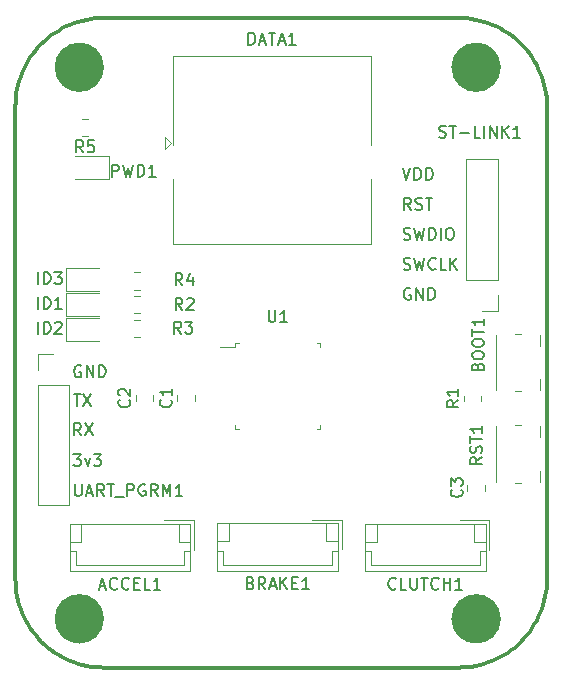
<source format=gbr>
%TF.GenerationSoftware,KiCad,Pcbnew,6.0.10+dfsg-1~bpo11+1*%
%TF.CreationDate,2023-01-29T22:13:57-06:00*%
%TF.ProjectId,Pedals,50656461-6c73-42e6-9b69-6361645f7063,rev?*%
%TF.SameCoordinates,Original*%
%TF.FileFunction,Legend,Top*%
%TF.FilePolarity,Positive*%
%FSLAX46Y46*%
G04 Gerber Fmt 4.6, Leading zero omitted, Abs format (unit mm)*
G04 Created by KiCad (PCBNEW 6.0.10+dfsg-1~bpo11+1) date 2023-01-29 22:13:57*
%MOMM*%
%LPD*%
G01*
G04 APERTURE LIST*
%ADD10C,0.150000*%
%TA.AperFunction,Profile*%
%ADD11C,0.349999*%
%TD*%
%TA.AperFunction,Profile*%
%ADD12C,2.075000*%
%TD*%
%ADD13C,0.120000*%
G04 APERTURE END LIST*
D10*
X129209523Y-108752380D02*
X129828571Y-108752380D01*
X129495238Y-109133333D01*
X129638095Y-109133333D01*
X129733333Y-109180952D01*
X129780952Y-109228571D01*
X129828571Y-109323809D01*
X129828571Y-109561904D01*
X129780952Y-109657142D01*
X129733333Y-109704761D01*
X129638095Y-109752380D01*
X129352380Y-109752380D01*
X129257142Y-109704761D01*
X129209523Y-109657142D01*
X130161904Y-109085714D02*
X130400000Y-109752380D01*
X130638095Y-109085714D01*
X130923809Y-108752380D02*
X131542857Y-108752380D01*
X131209523Y-109133333D01*
X131352380Y-109133333D01*
X131447619Y-109180952D01*
X131495238Y-109228571D01*
X131542857Y-109323809D01*
X131542857Y-109561904D01*
X131495238Y-109657142D01*
X131447619Y-109704761D01*
X131352380Y-109752380D01*
X131066666Y-109752380D01*
X130971428Y-109704761D01*
X130923809Y-109657142D01*
X129833333Y-107152380D02*
X129500000Y-106676190D01*
X129261904Y-107152380D02*
X129261904Y-106152380D01*
X129642857Y-106152380D01*
X129738095Y-106200000D01*
X129785714Y-106247619D01*
X129833333Y-106342857D01*
X129833333Y-106485714D01*
X129785714Y-106580952D01*
X129738095Y-106628571D01*
X129642857Y-106676190D01*
X129261904Y-106676190D01*
X130166666Y-106152380D02*
X130833333Y-107152380D01*
X130833333Y-106152380D02*
X130166666Y-107152380D01*
X129238095Y-103652380D02*
X129809523Y-103652380D01*
X129523809Y-104652380D02*
X129523809Y-103652380D01*
X130047619Y-103652380D02*
X130714285Y-104652380D01*
X130714285Y-103652380D02*
X130047619Y-104652380D01*
X129838095Y-101300000D02*
X129742857Y-101252380D01*
X129600000Y-101252380D01*
X129457142Y-101300000D01*
X129361904Y-101395238D01*
X129314285Y-101490476D01*
X129266666Y-101680952D01*
X129266666Y-101823809D01*
X129314285Y-102014285D01*
X129361904Y-102109523D01*
X129457142Y-102204761D01*
X129600000Y-102252380D01*
X129695238Y-102252380D01*
X129838095Y-102204761D01*
X129885714Y-102157142D01*
X129885714Y-101823809D01*
X129695238Y-101823809D01*
X130314285Y-102252380D02*
X130314285Y-101252380D01*
X130885714Y-102252380D01*
X130885714Y-101252380D01*
X131361904Y-102252380D02*
X131361904Y-101252380D01*
X131600000Y-101252380D01*
X131742857Y-101300000D01*
X131838095Y-101395238D01*
X131885714Y-101490476D01*
X131933333Y-101680952D01*
X131933333Y-101823809D01*
X131885714Y-102014285D01*
X131838095Y-102109523D01*
X131742857Y-102204761D01*
X131600000Y-102252380D01*
X131361904Y-102252380D01*
D11*
X125183550Y-75797418D02*
X125363960Y-75478420D01*
X166262042Y-73300778D02*
X166553182Y-73527581D01*
X124624190Y-121510361D02*
X124526193Y-121157226D01*
X124336701Y-78587814D02*
X124382194Y-78221573D01*
X161799997Y-71829097D02*
X162171901Y-71838314D01*
X129971872Y-126602905D02*
X129618736Y-126504908D01*
X131058717Y-71865797D02*
X131428097Y-71838314D01*
X169299997Y-79329097D02*
X169299997Y-119329097D01*
X168416448Y-75797418D02*
X168580885Y-76124473D01*
X126766193Y-124888857D02*
X126496700Y-124632400D01*
X129971872Y-72055289D02*
X130329990Y-71974539D01*
X167359757Y-74295289D02*
X167601514Y-74575913D01*
X163270007Y-71974539D02*
X163628126Y-72055289D01*
X169290780Y-119701000D02*
X169263297Y-120070380D01*
X163981261Y-126504908D02*
X163628126Y-126602905D01*
X124382194Y-78221573D02*
X124445443Y-77859086D01*
X131800000Y-126829097D02*
X131428097Y-126819879D01*
X127337956Y-73300778D02*
X127638996Y-73089185D01*
X131428097Y-126819879D02*
X131058717Y-126792397D01*
X126240242Y-74295289D02*
X126496700Y-74025796D01*
X165650675Y-125765138D02*
X165331676Y-125945548D01*
X169154555Y-120799107D02*
X169073805Y-121157226D01*
X168580885Y-76124473D02*
X168729094Y-76458971D01*
X124870904Y-76458971D02*
X125019113Y-76124473D01*
X166553182Y-73527581D02*
X166833806Y-73769338D01*
X163628126Y-72055289D02*
X163981261Y-72153286D01*
X127949323Y-72893056D02*
X128268322Y-72712646D01*
X168860820Y-121857898D02*
X168729094Y-122199223D01*
X125363960Y-123179774D02*
X125183550Y-122860776D01*
X167601514Y-124082282D02*
X167359757Y-124362906D01*
X129618736Y-126504908D02*
X129271199Y-126389919D01*
X124336701Y-120070380D02*
X124309218Y-119701000D01*
X130692477Y-71911290D02*
X131058717Y-71865797D01*
X161799997Y-126829097D02*
X131800000Y-126829097D01*
X125998484Y-124082282D02*
X125771682Y-123791142D01*
X169073805Y-77500968D02*
X169154555Y-77859086D01*
X163628126Y-126602905D02*
X163270007Y-126683655D01*
X168975808Y-77147833D02*
X169073805Y-77500968D01*
X164328798Y-126389919D02*
X163981261Y-126504908D01*
X127337956Y-125357417D02*
X127046816Y-125130614D01*
X124309218Y-119701000D02*
X124300001Y-119329097D01*
D12*
X130737500Y-76000000D02*
G75*
G03*
X130737500Y-76000000I-1037500J0D01*
G01*
D11*
X161799997Y-71829097D02*
X161799997Y-71829097D01*
X129618736Y-72153286D02*
X129971872Y-72055289D01*
X125771682Y-123791142D02*
X125560089Y-123490101D01*
X124300001Y-79329097D02*
X124309218Y-78957193D01*
X127046816Y-125130614D02*
X126766193Y-124888857D01*
X124739178Y-76800295D02*
X124870904Y-76458971D01*
X126496700Y-124632400D02*
X126240242Y-124362906D01*
X166553182Y-125130614D02*
X166262042Y-125357417D01*
X165650675Y-72893056D02*
X165961002Y-73089185D01*
X169263297Y-120070380D02*
X169217804Y-120436620D01*
X127638996Y-125569009D02*
X127337956Y-125357417D01*
X130329990Y-126683655D02*
X129971872Y-126602905D01*
X124739178Y-121857898D02*
X124624190Y-121510361D01*
X128595377Y-72548209D02*
X128929874Y-72400000D01*
X167103300Y-74025796D02*
X167359757Y-74295289D01*
X162541280Y-71865797D02*
X162907520Y-71911290D01*
X162171901Y-71838314D02*
X162541280Y-71865797D01*
X166833806Y-73769338D02*
X167103300Y-74025796D01*
X162907520Y-71911290D02*
X163270007Y-71974539D01*
X131058717Y-126792397D02*
X130692477Y-126746904D01*
X124382194Y-120436620D02*
X124336701Y-120070380D01*
X168729094Y-122199223D02*
X168580885Y-122533720D01*
X165961002Y-73089185D02*
X166262042Y-73300778D01*
X125560089Y-123490101D02*
X125363960Y-123179774D01*
X165004621Y-72548209D02*
X165331676Y-72712646D01*
X168729094Y-76458971D02*
X168860820Y-76800295D01*
X168416448Y-122860776D02*
X168236038Y-123179774D01*
X164670123Y-72400000D02*
X165004621Y-72548209D01*
X163981261Y-72153286D02*
X164328798Y-72268274D01*
X165331676Y-72712646D02*
X165650675Y-72893056D01*
X126766193Y-73769338D02*
X127046816Y-73527581D01*
X129271199Y-72268274D02*
X129618736Y-72153286D01*
X165331676Y-125945548D02*
X165004621Y-126109985D01*
X169299997Y-119329097D02*
X169290780Y-119701000D01*
X126240242Y-124362906D02*
X125998484Y-124082282D01*
X131800000Y-71829097D02*
X161799997Y-71829097D01*
X126496700Y-74025796D02*
X126766193Y-73769338D01*
X169073805Y-121157226D02*
X168975808Y-121510361D01*
X166262042Y-125357417D02*
X165961002Y-125569009D01*
D12*
X164337500Y-76000000D02*
G75*
G03*
X164337500Y-76000000I-1037500J0D01*
G01*
D11*
X168236038Y-123179774D02*
X168039910Y-123490101D01*
X169154555Y-77859086D02*
X169217804Y-78221573D01*
X169217804Y-120436620D02*
X169154555Y-120799107D01*
X129271199Y-126389919D02*
X128929874Y-126258193D01*
X167828317Y-123791142D02*
X167601514Y-124082282D01*
X124445443Y-77859086D02*
X124526193Y-77500968D01*
X128268322Y-125945548D02*
X127949323Y-125765138D01*
X165004621Y-126109985D02*
X164670123Y-126258193D01*
X168236038Y-75478420D02*
X168416448Y-75797418D01*
X130329990Y-71974539D02*
X130692477Y-71911290D01*
X126496700Y-124632400D02*
X126496700Y-124632400D01*
X124526193Y-77500968D02*
X124624190Y-77147833D01*
X168975808Y-121510361D02*
X168860820Y-121857898D01*
X124526193Y-121157226D02*
X124445443Y-120799107D01*
X169290780Y-78957193D02*
X169299997Y-79329097D01*
X131428097Y-71838314D02*
X131800000Y-71829097D01*
X127046816Y-73527581D02*
X127337956Y-73300778D01*
X131800000Y-71829097D02*
X131800000Y-71829097D01*
X166833806Y-124888857D02*
X166553182Y-125130614D01*
X125183550Y-122860776D02*
X125019113Y-122533720D01*
X162541280Y-126792397D02*
X162171901Y-126819879D01*
X125771682Y-74867052D02*
X125998484Y-74575913D01*
X127638996Y-73089185D02*
X127949323Y-72893056D01*
X128929874Y-126258193D02*
X128595377Y-126109985D01*
X168039910Y-75168093D02*
X168236038Y-75478420D01*
X169299997Y-79329097D02*
X169299997Y-79329097D01*
X130692477Y-126746904D02*
X130329990Y-126683655D01*
X163270007Y-126683655D02*
X162907520Y-126746904D01*
X161799997Y-126829097D02*
X161799997Y-126829097D01*
D12*
X130737500Y-122700000D02*
G75*
G03*
X130737500Y-122700000I-1037500J0D01*
G01*
D11*
X167359757Y-124362906D02*
X167103300Y-124632400D01*
X124624190Y-77147833D02*
X124739178Y-76800295D01*
X125560089Y-75168093D02*
X125771682Y-74867052D01*
X125998484Y-74575913D02*
X126240242Y-74295289D01*
X167828317Y-74867052D02*
X168039910Y-75168093D01*
X165961002Y-125569009D02*
X165650675Y-125765138D01*
X127949323Y-125765138D02*
X127638996Y-125569009D01*
X125363960Y-75478420D02*
X125560089Y-75168093D01*
X128595377Y-126109985D02*
X128268322Y-125945548D01*
X164670123Y-126258193D02*
X164328798Y-126389919D01*
X131800000Y-126829097D02*
X131800000Y-126829097D01*
X168580885Y-122533720D02*
X168416448Y-122860776D01*
X124445443Y-120799107D02*
X124382194Y-120436620D01*
X167103300Y-74025796D02*
X167103300Y-74025796D01*
X128268322Y-72712646D02*
X128595377Y-72548209D01*
D12*
X164337500Y-122700000D02*
G75*
G03*
X164337500Y-122700000I-1037500J0D01*
G01*
D11*
X169263297Y-78587814D02*
X169290780Y-78957193D01*
X169299997Y-119329097D02*
X169299997Y-119329097D01*
X168039910Y-123490101D02*
X167828317Y-123791142D01*
X162907520Y-126746904D02*
X162541280Y-126792397D01*
X124300001Y-79329097D02*
X124300001Y-79329097D01*
X124309218Y-78957193D02*
X124336701Y-78587814D01*
X168860820Y-76800295D02*
X168975808Y-77147833D01*
X125019113Y-122533720D02*
X124870904Y-122199223D01*
X164328798Y-72268274D02*
X164670123Y-72400000D01*
X128929874Y-72400000D02*
X129271199Y-72268274D01*
X126496700Y-74025796D02*
X126496700Y-74025796D01*
X162171901Y-126819879D02*
X161799997Y-126829097D01*
X124870904Y-122199223D02*
X124739178Y-121857898D01*
X124300001Y-119329097D02*
X124300001Y-79329097D01*
X167103300Y-124632400D02*
X166833806Y-124888857D01*
X167601514Y-74575913D02*
X167828317Y-74867052D01*
X167103300Y-124632400D02*
X167103300Y-124632400D01*
X169217804Y-78221573D02*
X169263297Y-78587814D01*
X125019113Y-76124473D02*
X125183550Y-75797418D01*
D10*
X157785714Y-88064880D02*
X157452381Y-87588690D01*
X157214286Y-88064880D02*
X157214286Y-87064880D01*
X157595238Y-87064880D01*
X157690476Y-87112500D01*
X157738095Y-87160119D01*
X157785714Y-87255357D01*
X157785714Y-87398214D01*
X157738095Y-87493452D01*
X157690476Y-87541071D01*
X157595238Y-87588690D01*
X157214286Y-87588690D01*
X158166667Y-88017261D02*
X158309524Y-88064880D01*
X158547619Y-88064880D01*
X158642857Y-88017261D01*
X158690476Y-87969642D01*
X158738095Y-87874404D01*
X158738095Y-87779166D01*
X158690476Y-87683928D01*
X158642857Y-87636309D01*
X158547619Y-87588690D01*
X158357143Y-87541071D01*
X158261905Y-87493452D01*
X158214286Y-87445833D01*
X158166667Y-87350595D01*
X158166667Y-87255357D01*
X158214286Y-87160119D01*
X158261905Y-87112500D01*
X158357143Y-87064880D01*
X158595238Y-87064880D01*
X158738095Y-87112500D01*
X159023810Y-87064880D02*
X159595238Y-87064880D01*
X159309524Y-88064880D02*
X159309524Y-87064880D01*
X157166667Y-90557261D02*
X157309524Y-90604880D01*
X157547619Y-90604880D01*
X157642857Y-90557261D01*
X157690476Y-90509642D01*
X157738095Y-90414404D01*
X157738095Y-90319166D01*
X157690476Y-90223928D01*
X157642857Y-90176309D01*
X157547619Y-90128690D01*
X157357143Y-90081071D01*
X157261905Y-90033452D01*
X157214286Y-89985833D01*
X157166667Y-89890595D01*
X157166667Y-89795357D01*
X157214286Y-89700119D01*
X157261905Y-89652500D01*
X157357143Y-89604880D01*
X157595238Y-89604880D01*
X157738095Y-89652500D01*
X158071429Y-89604880D02*
X158309524Y-90604880D01*
X158500000Y-89890595D01*
X158690476Y-90604880D01*
X158928572Y-89604880D01*
X159309524Y-90604880D02*
X159309524Y-89604880D01*
X159547619Y-89604880D01*
X159690476Y-89652500D01*
X159785715Y-89747738D01*
X159833334Y-89842976D01*
X159880953Y-90033452D01*
X159880953Y-90176309D01*
X159833334Y-90366785D01*
X159785715Y-90462023D01*
X159690476Y-90557261D01*
X159547619Y-90604880D01*
X159309524Y-90604880D01*
X160309524Y-90604880D02*
X160309524Y-89604880D01*
X160976191Y-89604880D02*
X161166667Y-89604880D01*
X161261905Y-89652500D01*
X161357143Y-89747738D01*
X161404762Y-89938214D01*
X161404762Y-90271547D01*
X161357143Y-90462023D01*
X161261905Y-90557261D01*
X161166667Y-90604880D01*
X160976191Y-90604880D01*
X160880953Y-90557261D01*
X160785715Y-90462023D01*
X160738095Y-90271547D01*
X160738095Y-89938214D01*
X160785715Y-89747738D01*
X160880953Y-89652500D01*
X160976191Y-89604880D01*
X157166667Y-93097261D02*
X157309524Y-93144880D01*
X157547619Y-93144880D01*
X157642857Y-93097261D01*
X157690476Y-93049642D01*
X157738095Y-92954404D01*
X157738095Y-92859166D01*
X157690476Y-92763928D01*
X157642857Y-92716309D01*
X157547619Y-92668690D01*
X157357143Y-92621071D01*
X157261905Y-92573452D01*
X157214286Y-92525833D01*
X157166667Y-92430595D01*
X157166667Y-92335357D01*
X157214286Y-92240119D01*
X157261905Y-92192500D01*
X157357143Y-92144880D01*
X157595238Y-92144880D01*
X157738095Y-92192500D01*
X158071429Y-92144880D02*
X158309524Y-93144880D01*
X158500000Y-92430595D01*
X158690476Y-93144880D01*
X158928572Y-92144880D01*
X159880952Y-93049642D02*
X159833333Y-93097261D01*
X159690476Y-93144880D01*
X159595238Y-93144880D01*
X159452381Y-93097261D01*
X159357143Y-93002023D01*
X159309524Y-92906785D01*
X159261905Y-92716309D01*
X159261905Y-92573452D01*
X159309524Y-92382976D01*
X159357143Y-92287738D01*
X159452381Y-92192500D01*
X159595238Y-92144880D01*
X159690476Y-92144880D01*
X159833333Y-92192500D01*
X159880952Y-92240119D01*
X160785714Y-93144880D02*
X160309524Y-93144880D01*
X160309524Y-92144880D01*
X161119048Y-93144880D02*
X161119048Y-92144880D01*
X161690476Y-93144880D02*
X161261905Y-92573452D01*
X161690476Y-92144880D02*
X161119048Y-92716309D01*
X157071428Y-84524880D02*
X157404762Y-85524880D01*
X157738095Y-84524880D01*
X158071428Y-85524880D02*
X158071428Y-84524880D01*
X158309523Y-84524880D01*
X158452381Y-84572500D01*
X158547619Y-84667738D01*
X158595238Y-84762976D01*
X158642857Y-84953452D01*
X158642857Y-85096309D01*
X158595238Y-85286785D01*
X158547619Y-85382023D01*
X158452381Y-85477261D01*
X158309523Y-85524880D01*
X158071428Y-85524880D01*
X159071428Y-85524880D02*
X159071428Y-84524880D01*
X159309523Y-84524880D01*
X159452381Y-84572500D01*
X159547619Y-84667738D01*
X159595238Y-84762976D01*
X159642857Y-84953452D01*
X159642857Y-85096309D01*
X159595238Y-85286785D01*
X159547619Y-85382023D01*
X159452381Y-85477261D01*
X159309523Y-85524880D01*
X159071428Y-85524880D01*
X157738095Y-94732500D02*
X157642857Y-94684880D01*
X157500000Y-94684880D01*
X157357142Y-94732500D01*
X157261904Y-94827738D01*
X157214285Y-94922976D01*
X157166666Y-95113452D01*
X157166666Y-95256309D01*
X157214285Y-95446785D01*
X157261904Y-95542023D01*
X157357142Y-95637261D01*
X157500000Y-95684880D01*
X157595238Y-95684880D01*
X157738095Y-95637261D01*
X157785714Y-95589642D01*
X157785714Y-95256309D01*
X157595238Y-95256309D01*
X158214285Y-95684880D02*
X158214285Y-94684880D01*
X158785714Y-95684880D01*
X158785714Y-94684880D01*
X159261904Y-95684880D02*
X159261904Y-94684880D01*
X159500000Y-94684880D01*
X159642857Y-94732500D01*
X159738095Y-94827738D01*
X159785714Y-94922976D01*
X159833333Y-95113452D01*
X159833333Y-95256309D01*
X159785714Y-95446785D01*
X159738095Y-95542023D01*
X159642857Y-95637261D01*
X159500000Y-95684880D01*
X159261904Y-95684880D01*
%TO.C,UART_PGRM1*%
X129326190Y-111302380D02*
X129326190Y-112111904D01*
X129373809Y-112207142D01*
X129421428Y-112254761D01*
X129516666Y-112302380D01*
X129707142Y-112302380D01*
X129802380Y-112254761D01*
X129850000Y-112207142D01*
X129897619Y-112111904D01*
X129897619Y-111302380D01*
X130326190Y-112016666D02*
X130802380Y-112016666D01*
X130230952Y-112302380D02*
X130564285Y-111302380D01*
X130897619Y-112302380D01*
X131802380Y-112302380D02*
X131469047Y-111826190D01*
X131230952Y-112302380D02*
X131230952Y-111302380D01*
X131611904Y-111302380D01*
X131707142Y-111350000D01*
X131754761Y-111397619D01*
X131802380Y-111492857D01*
X131802380Y-111635714D01*
X131754761Y-111730952D01*
X131707142Y-111778571D01*
X131611904Y-111826190D01*
X131230952Y-111826190D01*
X132088095Y-111302380D02*
X132659523Y-111302380D01*
X132373809Y-112302380D02*
X132373809Y-111302380D01*
X132754761Y-112397619D02*
X133516666Y-112397619D01*
X133754761Y-112302380D02*
X133754761Y-111302380D01*
X134135714Y-111302380D01*
X134230952Y-111350000D01*
X134278571Y-111397619D01*
X134326190Y-111492857D01*
X134326190Y-111635714D01*
X134278571Y-111730952D01*
X134230952Y-111778571D01*
X134135714Y-111826190D01*
X133754761Y-111826190D01*
X135278571Y-111350000D02*
X135183333Y-111302380D01*
X135040476Y-111302380D01*
X134897619Y-111350000D01*
X134802380Y-111445238D01*
X134754761Y-111540476D01*
X134707142Y-111730952D01*
X134707142Y-111873809D01*
X134754761Y-112064285D01*
X134802380Y-112159523D01*
X134897619Y-112254761D01*
X135040476Y-112302380D01*
X135135714Y-112302380D01*
X135278571Y-112254761D01*
X135326190Y-112207142D01*
X135326190Y-111873809D01*
X135135714Y-111873809D01*
X136326190Y-112302380D02*
X135992857Y-111826190D01*
X135754761Y-112302380D02*
X135754761Y-111302380D01*
X136135714Y-111302380D01*
X136230952Y-111350000D01*
X136278571Y-111397619D01*
X136326190Y-111492857D01*
X136326190Y-111635714D01*
X136278571Y-111730952D01*
X136230952Y-111778571D01*
X136135714Y-111826190D01*
X135754761Y-111826190D01*
X136754761Y-112302380D02*
X136754761Y-111302380D01*
X137088095Y-112016666D01*
X137421428Y-111302380D01*
X137421428Y-112302380D01*
X138421428Y-112302380D02*
X137850000Y-112302380D01*
X138135714Y-112302380D02*
X138135714Y-111302380D01*
X138040476Y-111445238D01*
X137945238Y-111540476D01*
X137850000Y-111588095D01*
%TO.C,R5*%
X130033333Y-83202380D02*
X129700000Y-82726190D01*
X129461904Y-83202380D02*
X129461904Y-82202380D01*
X129842857Y-82202380D01*
X129938095Y-82250000D01*
X129985714Y-82297619D01*
X130033333Y-82392857D01*
X130033333Y-82535714D01*
X129985714Y-82630952D01*
X129938095Y-82678571D01*
X129842857Y-82726190D01*
X129461904Y-82726190D01*
X130938095Y-82202380D02*
X130461904Y-82202380D01*
X130414285Y-82678571D01*
X130461904Y-82630952D01*
X130557142Y-82583333D01*
X130795238Y-82583333D01*
X130890476Y-82630952D01*
X130938095Y-82678571D01*
X130985714Y-82773809D01*
X130985714Y-83011904D01*
X130938095Y-83107142D01*
X130890476Y-83154761D01*
X130795238Y-83202380D01*
X130557142Y-83202380D01*
X130461904Y-83154761D01*
X130414285Y-83107142D01*
%TO.C,R4*%
X138433333Y-94452380D02*
X138100000Y-93976190D01*
X137861904Y-94452380D02*
X137861904Y-93452380D01*
X138242857Y-93452380D01*
X138338095Y-93500000D01*
X138385714Y-93547619D01*
X138433333Y-93642857D01*
X138433333Y-93785714D01*
X138385714Y-93880952D01*
X138338095Y-93928571D01*
X138242857Y-93976190D01*
X137861904Y-93976190D01*
X139290476Y-93785714D02*
X139290476Y-94452380D01*
X139052380Y-93404761D02*
X138814285Y-94119047D01*
X139433333Y-94119047D01*
%TO.C,R3*%
X138333333Y-98552380D02*
X138000000Y-98076190D01*
X137761904Y-98552380D02*
X137761904Y-97552380D01*
X138142857Y-97552380D01*
X138238095Y-97600000D01*
X138285714Y-97647619D01*
X138333333Y-97742857D01*
X138333333Y-97885714D01*
X138285714Y-97980952D01*
X138238095Y-98028571D01*
X138142857Y-98076190D01*
X137761904Y-98076190D01*
X138666666Y-97552380D02*
X139285714Y-97552380D01*
X138952380Y-97933333D01*
X139095238Y-97933333D01*
X139190476Y-97980952D01*
X139238095Y-98028571D01*
X139285714Y-98123809D01*
X139285714Y-98361904D01*
X139238095Y-98457142D01*
X139190476Y-98504761D01*
X139095238Y-98552380D01*
X138809523Y-98552380D01*
X138714285Y-98504761D01*
X138666666Y-98457142D01*
%TO.C,R2*%
X138433333Y-96552380D02*
X138100000Y-96076190D01*
X137861904Y-96552380D02*
X137861904Y-95552380D01*
X138242857Y-95552380D01*
X138338095Y-95600000D01*
X138385714Y-95647619D01*
X138433333Y-95742857D01*
X138433333Y-95885714D01*
X138385714Y-95980952D01*
X138338095Y-96028571D01*
X138242857Y-96076190D01*
X137861904Y-96076190D01*
X138814285Y-95647619D02*
X138861904Y-95600000D01*
X138957142Y-95552380D01*
X139195238Y-95552380D01*
X139290476Y-95600000D01*
X139338095Y-95647619D01*
X139385714Y-95742857D01*
X139385714Y-95838095D01*
X139338095Y-95980952D01*
X138766666Y-96552380D01*
X139385714Y-96552380D01*
%TO.C,ID3*%
X126223809Y-94352380D02*
X126223809Y-93352380D01*
X126700000Y-94352380D02*
X126700000Y-93352380D01*
X126938095Y-93352380D01*
X127080952Y-93400000D01*
X127176190Y-93495238D01*
X127223809Y-93590476D01*
X127271428Y-93780952D01*
X127271428Y-93923809D01*
X127223809Y-94114285D01*
X127176190Y-94209523D01*
X127080952Y-94304761D01*
X126938095Y-94352380D01*
X126700000Y-94352380D01*
X127604761Y-93352380D02*
X128223809Y-93352380D01*
X127890476Y-93733333D01*
X128033333Y-93733333D01*
X128128571Y-93780952D01*
X128176190Y-93828571D01*
X128223809Y-93923809D01*
X128223809Y-94161904D01*
X128176190Y-94257142D01*
X128128571Y-94304761D01*
X128033333Y-94352380D01*
X127747619Y-94352380D01*
X127652380Y-94304761D01*
X127604761Y-94257142D01*
%TO.C,ID2*%
X126223809Y-98552380D02*
X126223809Y-97552380D01*
X126700000Y-98552380D02*
X126700000Y-97552380D01*
X126938095Y-97552380D01*
X127080952Y-97600000D01*
X127176190Y-97695238D01*
X127223809Y-97790476D01*
X127271428Y-97980952D01*
X127271428Y-98123809D01*
X127223809Y-98314285D01*
X127176190Y-98409523D01*
X127080952Y-98504761D01*
X126938095Y-98552380D01*
X126700000Y-98552380D01*
X127652380Y-97647619D02*
X127700000Y-97600000D01*
X127795238Y-97552380D01*
X128033333Y-97552380D01*
X128128571Y-97600000D01*
X128176190Y-97647619D01*
X128223809Y-97742857D01*
X128223809Y-97838095D01*
X128176190Y-97980952D01*
X127604761Y-98552380D01*
X128223809Y-98552380D01*
%TO.C,ID1*%
X126223809Y-96452380D02*
X126223809Y-95452380D01*
X126700000Y-96452380D02*
X126700000Y-95452380D01*
X126938095Y-95452380D01*
X127080952Y-95500000D01*
X127176190Y-95595238D01*
X127223809Y-95690476D01*
X127271428Y-95880952D01*
X127271428Y-96023809D01*
X127223809Y-96214285D01*
X127176190Y-96309523D01*
X127080952Y-96404761D01*
X126938095Y-96452380D01*
X126700000Y-96452380D01*
X128223809Y-96452380D02*
X127652380Y-96452380D01*
X127938095Y-96452380D02*
X127938095Y-95452380D01*
X127842857Y-95595238D01*
X127747619Y-95690476D01*
X127652380Y-95738095D01*
%TO.C,BRAKE1*%
X144214285Y-119663571D02*
X144357142Y-119711190D01*
X144404761Y-119758809D01*
X144452380Y-119854047D01*
X144452380Y-119996904D01*
X144404761Y-120092142D01*
X144357142Y-120139761D01*
X144261904Y-120187380D01*
X143880952Y-120187380D01*
X143880952Y-119187380D01*
X144214285Y-119187380D01*
X144309523Y-119235000D01*
X144357142Y-119282619D01*
X144404761Y-119377857D01*
X144404761Y-119473095D01*
X144357142Y-119568333D01*
X144309523Y-119615952D01*
X144214285Y-119663571D01*
X143880952Y-119663571D01*
X145452380Y-120187380D02*
X145119047Y-119711190D01*
X144880952Y-120187380D02*
X144880952Y-119187380D01*
X145261904Y-119187380D01*
X145357142Y-119235000D01*
X145404761Y-119282619D01*
X145452380Y-119377857D01*
X145452380Y-119520714D01*
X145404761Y-119615952D01*
X145357142Y-119663571D01*
X145261904Y-119711190D01*
X144880952Y-119711190D01*
X145833333Y-119901666D02*
X146309523Y-119901666D01*
X145738095Y-120187380D02*
X146071428Y-119187380D01*
X146404761Y-120187380D01*
X146738095Y-120187380D02*
X146738095Y-119187380D01*
X147309523Y-120187380D02*
X146880952Y-119615952D01*
X147309523Y-119187380D02*
X146738095Y-119758809D01*
X147738095Y-119663571D02*
X148071428Y-119663571D01*
X148214285Y-120187380D02*
X147738095Y-120187380D01*
X147738095Y-119187380D01*
X148214285Y-119187380D01*
X149166666Y-120187380D02*
X148595238Y-120187380D01*
X148880952Y-120187380D02*
X148880952Y-119187380D01*
X148785714Y-119330238D01*
X148690476Y-119425476D01*
X148595238Y-119473095D01*
%TO.C,C2*%
X133927142Y-104166666D02*
X133974761Y-104214285D01*
X134022380Y-104357142D01*
X134022380Y-104452380D01*
X133974761Y-104595238D01*
X133879523Y-104690476D01*
X133784285Y-104738095D01*
X133593809Y-104785714D01*
X133450952Y-104785714D01*
X133260476Y-104738095D01*
X133165238Y-104690476D01*
X133070000Y-104595238D01*
X133022380Y-104452380D01*
X133022380Y-104357142D01*
X133070000Y-104214285D01*
X133117619Y-104166666D01*
X133117619Y-103785714D02*
X133070000Y-103738095D01*
X133022380Y-103642857D01*
X133022380Y-103404761D01*
X133070000Y-103309523D01*
X133117619Y-103261904D01*
X133212857Y-103214285D01*
X133308095Y-103214285D01*
X133450952Y-103261904D01*
X134022380Y-103833333D01*
X134022380Y-103214285D01*
%TO.C,CLUTCH1*%
X156500000Y-120124642D02*
X156452380Y-120172261D01*
X156309523Y-120219880D01*
X156214285Y-120219880D01*
X156071428Y-120172261D01*
X155976190Y-120077023D01*
X155928571Y-119981785D01*
X155880952Y-119791309D01*
X155880952Y-119648452D01*
X155928571Y-119457976D01*
X155976190Y-119362738D01*
X156071428Y-119267500D01*
X156214285Y-119219880D01*
X156309523Y-119219880D01*
X156452380Y-119267500D01*
X156500000Y-119315119D01*
X157404761Y-120219880D02*
X156928571Y-120219880D01*
X156928571Y-119219880D01*
X157738095Y-119219880D02*
X157738095Y-120029404D01*
X157785714Y-120124642D01*
X157833333Y-120172261D01*
X157928571Y-120219880D01*
X158119047Y-120219880D01*
X158214285Y-120172261D01*
X158261904Y-120124642D01*
X158309523Y-120029404D01*
X158309523Y-119219880D01*
X158642857Y-119219880D02*
X159214285Y-119219880D01*
X158928571Y-120219880D02*
X158928571Y-119219880D01*
X160119047Y-120124642D02*
X160071428Y-120172261D01*
X159928571Y-120219880D01*
X159833333Y-120219880D01*
X159690476Y-120172261D01*
X159595238Y-120077023D01*
X159547619Y-119981785D01*
X159500000Y-119791309D01*
X159500000Y-119648452D01*
X159547619Y-119457976D01*
X159595238Y-119362738D01*
X159690476Y-119267500D01*
X159833333Y-119219880D01*
X159928571Y-119219880D01*
X160071428Y-119267500D01*
X160119047Y-119315119D01*
X160547619Y-120219880D02*
X160547619Y-119219880D01*
X160547619Y-119696071D02*
X161119047Y-119696071D01*
X161119047Y-120219880D02*
X161119047Y-119219880D01*
X162119047Y-120219880D02*
X161547619Y-120219880D01*
X161833333Y-120219880D02*
X161833333Y-119219880D01*
X161738095Y-119362738D01*
X161642857Y-119457976D01*
X161547619Y-119505595D01*
%TO.C,DATA1*%
X144023809Y-74077380D02*
X144023809Y-73077380D01*
X144261904Y-73077380D01*
X144404761Y-73125000D01*
X144500000Y-73220238D01*
X144547619Y-73315476D01*
X144595238Y-73505952D01*
X144595238Y-73648809D01*
X144547619Y-73839285D01*
X144500000Y-73934523D01*
X144404761Y-74029761D01*
X144261904Y-74077380D01*
X144023809Y-74077380D01*
X144976190Y-73791666D02*
X145452380Y-73791666D01*
X144880952Y-74077380D02*
X145214285Y-73077380D01*
X145547619Y-74077380D01*
X145738095Y-73077380D02*
X146309523Y-73077380D01*
X146023809Y-74077380D02*
X146023809Y-73077380D01*
X146595238Y-73791666D02*
X147071428Y-73791666D01*
X146500000Y-74077380D02*
X146833333Y-73077380D01*
X147166666Y-74077380D01*
X148023809Y-74077380D02*
X147452380Y-74077380D01*
X147738095Y-74077380D02*
X147738095Y-73077380D01*
X147642857Y-73220238D01*
X147547619Y-73315476D01*
X147452380Y-73363095D01*
%TO.C,R1*%
X161802380Y-104196666D02*
X161326190Y-104530000D01*
X161802380Y-104768095D02*
X160802380Y-104768095D01*
X160802380Y-104387142D01*
X160850000Y-104291904D01*
X160897619Y-104244285D01*
X160992857Y-104196666D01*
X161135714Y-104196666D01*
X161230952Y-104244285D01*
X161278571Y-104291904D01*
X161326190Y-104387142D01*
X161326190Y-104768095D01*
X161802380Y-103244285D02*
X161802380Y-103815714D01*
X161802380Y-103530000D02*
X160802380Y-103530000D01*
X160945238Y-103625238D01*
X161040476Y-103720476D01*
X161088095Y-103815714D01*
%TO.C,RST1*%
X163802380Y-109023809D02*
X163326190Y-109357142D01*
X163802380Y-109595238D02*
X162802380Y-109595238D01*
X162802380Y-109214285D01*
X162850000Y-109119047D01*
X162897619Y-109071428D01*
X162992857Y-109023809D01*
X163135714Y-109023809D01*
X163230952Y-109071428D01*
X163278571Y-109119047D01*
X163326190Y-109214285D01*
X163326190Y-109595238D01*
X163754761Y-108642857D02*
X163802380Y-108500000D01*
X163802380Y-108261904D01*
X163754761Y-108166666D01*
X163707142Y-108119047D01*
X163611904Y-108071428D01*
X163516666Y-108071428D01*
X163421428Y-108119047D01*
X163373809Y-108166666D01*
X163326190Y-108261904D01*
X163278571Y-108452380D01*
X163230952Y-108547619D01*
X163183333Y-108595238D01*
X163088095Y-108642857D01*
X162992857Y-108642857D01*
X162897619Y-108595238D01*
X162850000Y-108547619D01*
X162802380Y-108452380D01*
X162802380Y-108214285D01*
X162850000Y-108071428D01*
X162802380Y-107785714D02*
X162802380Y-107214285D01*
X163802380Y-107500000D02*
X162802380Y-107500000D01*
X163802380Y-106357142D02*
X163802380Y-106928571D01*
X163802380Y-106642857D02*
X162802380Y-106642857D01*
X162945238Y-106738095D01*
X163040476Y-106833333D01*
X163088095Y-106928571D01*
%TO.C,C1*%
X137427142Y-104166666D02*
X137474761Y-104214285D01*
X137522380Y-104357142D01*
X137522380Y-104452380D01*
X137474761Y-104595238D01*
X137379523Y-104690476D01*
X137284285Y-104738095D01*
X137093809Y-104785714D01*
X136950952Y-104785714D01*
X136760476Y-104738095D01*
X136665238Y-104690476D01*
X136570000Y-104595238D01*
X136522380Y-104452380D01*
X136522380Y-104357142D01*
X136570000Y-104214285D01*
X136617619Y-104166666D01*
X137522380Y-103214285D02*
X137522380Y-103785714D01*
X137522380Y-103500000D02*
X136522380Y-103500000D01*
X136665238Y-103595238D01*
X136760476Y-103690476D01*
X136808095Y-103785714D01*
%TO.C,BOOT1*%
X163428571Y-101333333D02*
X163476190Y-101190476D01*
X163523809Y-101142857D01*
X163619047Y-101095238D01*
X163761904Y-101095238D01*
X163857142Y-101142857D01*
X163904761Y-101190476D01*
X163952380Y-101285714D01*
X163952380Y-101666666D01*
X162952380Y-101666666D01*
X162952380Y-101333333D01*
X163000000Y-101238095D01*
X163047619Y-101190476D01*
X163142857Y-101142857D01*
X163238095Y-101142857D01*
X163333333Y-101190476D01*
X163380952Y-101238095D01*
X163428571Y-101333333D01*
X163428571Y-101666666D01*
X162952380Y-100476190D02*
X162952380Y-100285714D01*
X163000000Y-100190476D01*
X163095238Y-100095238D01*
X163285714Y-100047619D01*
X163619047Y-100047619D01*
X163809523Y-100095238D01*
X163904761Y-100190476D01*
X163952380Y-100285714D01*
X163952380Y-100476190D01*
X163904761Y-100571428D01*
X163809523Y-100666666D01*
X163619047Y-100714285D01*
X163285714Y-100714285D01*
X163095238Y-100666666D01*
X163000000Y-100571428D01*
X162952380Y-100476190D01*
X162952380Y-99428571D02*
X162952380Y-99238095D01*
X163000000Y-99142857D01*
X163095238Y-99047619D01*
X163285714Y-99000000D01*
X163619047Y-99000000D01*
X163809523Y-99047619D01*
X163904761Y-99142857D01*
X163952380Y-99238095D01*
X163952380Y-99428571D01*
X163904761Y-99523809D01*
X163809523Y-99619047D01*
X163619047Y-99666666D01*
X163285714Y-99666666D01*
X163095238Y-99619047D01*
X163000000Y-99523809D01*
X162952380Y-99428571D01*
X162952380Y-98714285D02*
X162952380Y-98142857D01*
X163952380Y-98428571D02*
X162952380Y-98428571D01*
X163952380Y-97285714D02*
X163952380Y-97857142D01*
X163952380Y-97571428D02*
X162952380Y-97571428D01*
X163095238Y-97666666D01*
X163190476Y-97761904D01*
X163238095Y-97857142D01*
%TO.C,U1*%
X145738095Y-96572380D02*
X145738095Y-97381904D01*
X145785714Y-97477142D01*
X145833333Y-97524761D01*
X145928571Y-97572380D01*
X146119047Y-97572380D01*
X146214285Y-97524761D01*
X146261904Y-97477142D01*
X146309523Y-97381904D01*
X146309523Y-96572380D01*
X147309523Y-97572380D02*
X146738095Y-97572380D01*
X147023809Y-97572380D02*
X147023809Y-96572380D01*
X146928571Y-96715238D01*
X146833333Y-96810476D01*
X146738095Y-96858095D01*
%TO.C,C3*%
X162057142Y-111766666D02*
X162104761Y-111814285D01*
X162152380Y-111957142D01*
X162152380Y-112052380D01*
X162104761Y-112195238D01*
X162009523Y-112290476D01*
X161914285Y-112338095D01*
X161723809Y-112385714D01*
X161580952Y-112385714D01*
X161390476Y-112338095D01*
X161295238Y-112290476D01*
X161200000Y-112195238D01*
X161152380Y-112052380D01*
X161152380Y-111957142D01*
X161200000Y-111814285D01*
X161247619Y-111766666D01*
X161152380Y-111433333D02*
X161152380Y-110814285D01*
X161533333Y-111147619D01*
X161533333Y-111004761D01*
X161580952Y-110909523D01*
X161628571Y-110861904D01*
X161723809Y-110814285D01*
X161961904Y-110814285D01*
X162057142Y-110861904D01*
X162104761Y-110909523D01*
X162152380Y-111004761D01*
X162152380Y-111290476D01*
X162104761Y-111385714D01*
X162057142Y-111433333D01*
%TO.C,ACCEL1*%
X131428571Y-119934166D02*
X131904761Y-119934166D01*
X131333333Y-120219880D02*
X131666666Y-119219880D01*
X132000000Y-120219880D01*
X132904761Y-120124642D02*
X132857142Y-120172261D01*
X132714285Y-120219880D01*
X132619047Y-120219880D01*
X132476190Y-120172261D01*
X132380952Y-120077023D01*
X132333333Y-119981785D01*
X132285714Y-119791309D01*
X132285714Y-119648452D01*
X132333333Y-119457976D01*
X132380952Y-119362738D01*
X132476190Y-119267500D01*
X132619047Y-119219880D01*
X132714285Y-119219880D01*
X132857142Y-119267500D01*
X132904761Y-119315119D01*
X133904761Y-120124642D02*
X133857142Y-120172261D01*
X133714285Y-120219880D01*
X133619047Y-120219880D01*
X133476190Y-120172261D01*
X133380952Y-120077023D01*
X133333333Y-119981785D01*
X133285714Y-119791309D01*
X133285714Y-119648452D01*
X133333333Y-119457976D01*
X133380952Y-119362738D01*
X133476190Y-119267500D01*
X133619047Y-119219880D01*
X133714285Y-119219880D01*
X133857142Y-119267500D01*
X133904761Y-119315119D01*
X134333333Y-119696071D02*
X134666666Y-119696071D01*
X134809523Y-120219880D02*
X134333333Y-120219880D01*
X134333333Y-119219880D01*
X134809523Y-119219880D01*
X135714285Y-120219880D02*
X135238095Y-120219880D01*
X135238095Y-119219880D01*
X136571428Y-120219880D02*
X136000000Y-120219880D01*
X136285714Y-120219880D02*
X136285714Y-119219880D01*
X136190476Y-119362738D01*
X136095238Y-119457976D01*
X136000000Y-119505595D01*
%TO.C,PWD1*%
X132490476Y-85252380D02*
X132490476Y-84252380D01*
X132871428Y-84252380D01*
X132966666Y-84300000D01*
X133014285Y-84347619D01*
X133061904Y-84442857D01*
X133061904Y-84585714D01*
X133014285Y-84680952D01*
X132966666Y-84728571D01*
X132871428Y-84776190D01*
X132490476Y-84776190D01*
X133395238Y-84252380D02*
X133633333Y-85252380D01*
X133823809Y-84538095D01*
X134014285Y-85252380D01*
X134252380Y-84252380D01*
X134633333Y-85252380D02*
X134633333Y-84252380D01*
X134871428Y-84252380D01*
X135014285Y-84300000D01*
X135109523Y-84395238D01*
X135157142Y-84490476D01*
X135204761Y-84680952D01*
X135204761Y-84823809D01*
X135157142Y-85014285D01*
X135109523Y-85109523D01*
X135014285Y-85204761D01*
X134871428Y-85252380D01*
X134633333Y-85252380D01*
X136157142Y-85252380D02*
X135585714Y-85252380D01*
X135871428Y-85252380D02*
X135871428Y-84252380D01*
X135776190Y-84395238D01*
X135680952Y-84490476D01*
X135585714Y-84538095D01*
%TO.C,ST-LINK1*%
X160171428Y-81904761D02*
X160314285Y-81952380D01*
X160552380Y-81952380D01*
X160647619Y-81904761D01*
X160695238Y-81857142D01*
X160742857Y-81761904D01*
X160742857Y-81666666D01*
X160695238Y-81571428D01*
X160647619Y-81523809D01*
X160552380Y-81476190D01*
X160361904Y-81428571D01*
X160266666Y-81380952D01*
X160219047Y-81333333D01*
X160171428Y-81238095D01*
X160171428Y-81142857D01*
X160219047Y-81047619D01*
X160266666Y-81000000D01*
X160361904Y-80952380D01*
X160600000Y-80952380D01*
X160742857Y-81000000D01*
X161028571Y-80952380D02*
X161600000Y-80952380D01*
X161314285Y-81952380D02*
X161314285Y-80952380D01*
X161933333Y-81571428D02*
X162695238Y-81571428D01*
X163647619Y-81952380D02*
X163171428Y-81952380D01*
X163171428Y-80952380D01*
X163980952Y-81952380D02*
X163980952Y-80952380D01*
X164457142Y-81952380D02*
X164457142Y-80952380D01*
X165028571Y-81952380D01*
X165028571Y-80952380D01*
X165504761Y-81952380D02*
X165504761Y-80952380D01*
X166076190Y-81952380D02*
X165647619Y-81380952D01*
X166076190Y-80952380D02*
X165504761Y-81523809D01*
X167028571Y-81952380D02*
X166457142Y-81952380D01*
X166742857Y-81952380D02*
X166742857Y-80952380D01*
X166647619Y-81095238D01*
X166552380Y-81190476D01*
X166457142Y-81238095D01*
D13*
%TO.C,UART_PGRM1*%
X126170000Y-101600000D02*
X126170000Y-100270000D01*
X126170000Y-102870000D02*
X128830000Y-102870000D01*
X126170000Y-113090000D02*
X128830000Y-113090000D01*
X126170000Y-102870000D02*
X126170000Y-113090000D01*
X126170000Y-100270000D02*
X127500000Y-100270000D01*
X128830000Y-102870000D02*
X128830000Y-113090000D01*
%TO.C,R5*%
X130427064Y-81835000D02*
X129972936Y-81835000D01*
X130427064Y-80365000D02*
X129972936Y-80365000D01*
%TO.C,R4*%
X134827064Y-94835000D02*
X134372936Y-94835000D01*
X134827064Y-93365000D02*
X134372936Y-93365000D01*
%TO.C,R3*%
X134827064Y-98835000D02*
X134372936Y-98835000D01*
X134827064Y-97365000D02*
X134372936Y-97365000D01*
%TO.C,R2*%
X134827064Y-96835000D02*
X134372936Y-96835000D01*
X134827064Y-95365000D02*
X134372936Y-95365000D01*
%TO.C,ID3*%
X128540000Y-94960000D02*
X131400000Y-94960000D01*
X131400000Y-93040000D02*
X128540000Y-93040000D01*
X128540000Y-93040000D02*
X128540000Y-94960000D01*
%TO.C,ID2*%
X128540000Y-99160000D02*
X131400000Y-99160000D01*
X131400000Y-97240000D02*
X128540000Y-97240000D01*
X128540000Y-97240000D02*
X128540000Y-99160000D01*
%TO.C,ID1*%
X128540000Y-95140000D02*
X128540000Y-97060000D01*
X131400000Y-95140000D02*
X128540000Y-95140000D01*
X128540000Y-97060000D02*
X131400000Y-97060000D01*
%TO.C,BRAKE1*%
X151110000Y-116935000D02*
X151110000Y-118145000D01*
X141890000Y-116935000D02*
X141390000Y-116935000D01*
X141390000Y-114625000D02*
X141390000Y-118645000D01*
X151610000Y-114625000D02*
X141390000Y-114625000D01*
X151910000Y-114325000D02*
X149410000Y-114325000D01*
X150610000Y-116125000D02*
X150610000Y-114625000D01*
X151610000Y-116125000D02*
X150610000Y-116125000D01*
X142390000Y-116125000D02*
X142390000Y-114625000D01*
X141390000Y-118645000D02*
X151610000Y-118645000D01*
X151610000Y-116935000D02*
X151110000Y-116935000D01*
X141390000Y-116125000D02*
X142390000Y-116125000D01*
X151910000Y-116825000D02*
X151910000Y-114325000D01*
X151610000Y-118645000D02*
X151610000Y-114625000D01*
X141890000Y-118145000D02*
X141890000Y-116935000D01*
X151110000Y-118145000D02*
X141890000Y-118145000D01*
%TO.C,C2*%
X135985000Y-104261252D02*
X135985000Y-103738748D01*
X134515000Y-104261252D02*
X134515000Y-103738748D01*
%TO.C,CLUTCH1*%
X154390000Y-118177500D02*
X154390000Y-116967500D01*
X164410000Y-114357500D02*
X161910000Y-114357500D01*
X153890000Y-114657500D02*
X153890000Y-118677500D01*
X164110000Y-118677500D02*
X164110000Y-114657500D01*
X163610000Y-116967500D02*
X163610000Y-118177500D01*
X153890000Y-118677500D02*
X164110000Y-118677500D01*
X163110000Y-116157500D02*
X163110000Y-114657500D01*
X153890000Y-116157500D02*
X154890000Y-116157500D01*
X164410000Y-116857500D02*
X164410000Y-114357500D01*
X154890000Y-116157500D02*
X154890000Y-114657500D01*
X163610000Y-118177500D02*
X154390000Y-118177500D01*
X164110000Y-116157500D02*
X163110000Y-116157500D01*
X154390000Y-116967500D02*
X153890000Y-116967500D01*
X164110000Y-116967500D02*
X163610000Y-116967500D01*
X164110000Y-114657500D02*
X153890000Y-114657500D01*
%TO.C,DATA1*%
X137635000Y-90985000D02*
X154365000Y-90985000D01*
X136940000Y-82925000D02*
X136940000Y-81925000D01*
X137635000Y-90985000D02*
X137635000Y-85425000D01*
X137635000Y-75015000D02*
X137635000Y-82625000D01*
X154365000Y-75015000D02*
X154365000Y-82625000D01*
X136940000Y-81925000D02*
X137440000Y-82425000D01*
X154365000Y-90985000D02*
X154365000Y-85425000D01*
X137635000Y-75015000D02*
X154365000Y-75015000D01*
X137440000Y-82425000D02*
X136940000Y-82925000D01*
%TO.C,R1*%
X163735000Y-104257064D02*
X163735000Y-103802936D01*
X162265000Y-104257064D02*
X162265000Y-103802936D01*
%TO.C,RST1*%
X165000000Y-111100000D02*
X165000000Y-106400000D01*
X168700000Y-107325000D02*
X168700000Y-106400000D01*
X166575000Y-111200000D02*
X167125000Y-111200000D01*
X168700000Y-111100000D02*
X168700000Y-110175000D01*
X166575000Y-106300000D02*
X167125000Y-106300000D01*
%TO.C,C1*%
X138015000Y-104261252D02*
X138015000Y-103738748D01*
X139485000Y-104261252D02*
X139485000Y-103738748D01*
%TO.C,BOOT1*%
X168700000Y-99575000D02*
X168700000Y-98650000D01*
X168700000Y-103350000D02*
X168700000Y-102425000D01*
X166575000Y-103450000D02*
X167125000Y-103450000D01*
X165000000Y-103350000D02*
X165000000Y-98650000D01*
X166575000Y-98550000D02*
X167125000Y-98550000D01*
%TO.C,U1*%
X150110000Y-99390000D02*
X150110000Y-99690000D01*
X149810000Y-99390000D02*
X150110000Y-99390000D01*
X142890000Y-99690000D02*
X141575000Y-99690000D01*
X150110000Y-106610000D02*
X150110000Y-106310000D01*
X149810000Y-106610000D02*
X150110000Y-106610000D01*
X142890000Y-106610000D02*
X142890000Y-106310000D01*
X143190000Y-99390000D02*
X142890000Y-99390000D01*
X142890000Y-99390000D02*
X142890000Y-99690000D01*
X143190000Y-106610000D02*
X142890000Y-106610000D01*
%TO.C,C3*%
X162565000Y-111338748D02*
X162565000Y-111861252D01*
X164035000Y-111338748D02*
X164035000Y-111861252D01*
%TO.C,ACCEL1*%
X139410000Y-114357500D02*
X136910000Y-114357500D01*
X139410000Y-116857500D02*
X139410000Y-114357500D01*
X139110000Y-118677500D02*
X139110000Y-114657500D01*
X129390000Y-116967500D02*
X128890000Y-116967500D01*
X129890000Y-116157500D02*
X129890000Y-114657500D01*
X128890000Y-118677500D02*
X139110000Y-118677500D01*
X138610000Y-116967500D02*
X138610000Y-118177500D01*
X139110000Y-116967500D02*
X138610000Y-116967500D01*
X128890000Y-114657500D02*
X128890000Y-118677500D01*
X138610000Y-118177500D02*
X129390000Y-118177500D01*
X138110000Y-116157500D02*
X138110000Y-114657500D01*
X128890000Y-116157500D02*
X129890000Y-116157500D01*
X139110000Y-116157500D02*
X138110000Y-116157500D01*
X139110000Y-114657500D02*
X128890000Y-114657500D01*
X129390000Y-118177500D02*
X129390000Y-116967500D01*
%TO.C,PWD1*%
X129350000Y-85460000D02*
X132210000Y-85460000D01*
X132210000Y-83540000D02*
X129350000Y-83540000D01*
X132210000Y-85460000D02*
X132210000Y-83540000D01*
%TO.C,ST-LINK1*%
X162470000Y-94030000D02*
X162470000Y-83810000D01*
X165130000Y-94030000D02*
X165130000Y-83810000D01*
X165130000Y-94030000D02*
X162470000Y-94030000D01*
X165130000Y-95300000D02*
X165130000Y-96630000D01*
X165130000Y-96630000D02*
X163800000Y-96630000D01*
X165130000Y-83810000D02*
X162470000Y-83810000D01*
%TD*%
M02*

</source>
